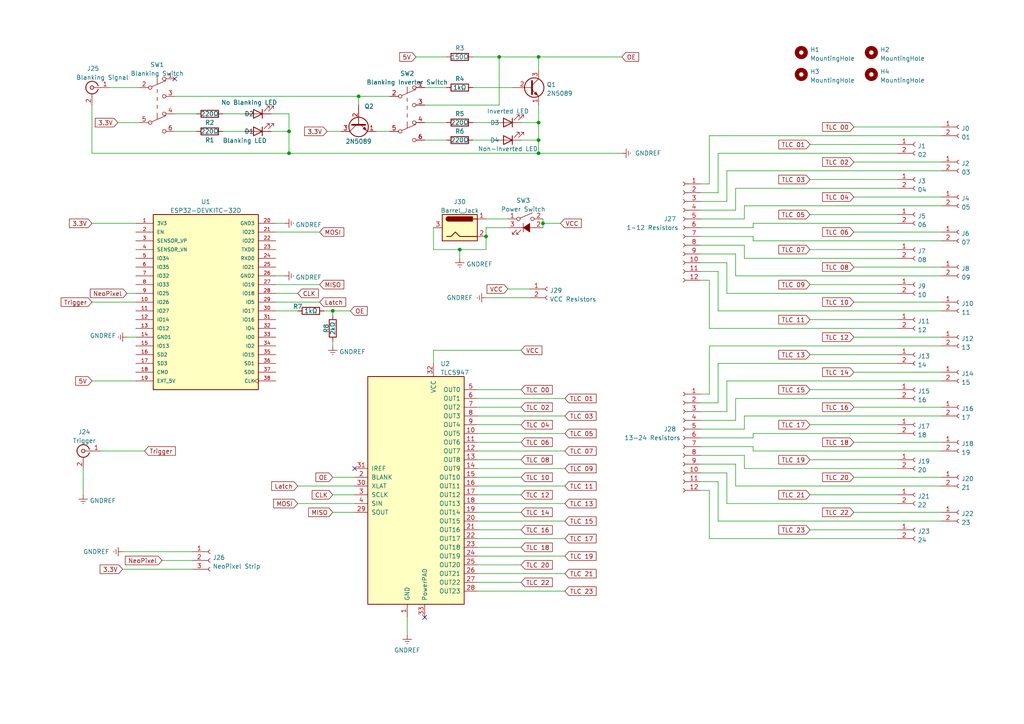
<source format=kicad_sch>
(kicad_sch (version 20211123) (generator eeschema)
  (paper "A4")
  (lib_symbols
    (symbol "Connector:Barrel_Jack" (pin_names (offset 1.016))
      (property "Reference" "J1" (at 0.8347 -4.572 90))
      (property "Value" "Barrel_Jack" (at -1.7022 -4.572 90))
      (symbol "Barrel_Jack_1_1"
        (pin passive line (at 7.62 2.54 180) (length 2.54) (name "~") (number "1"))
        (pin passive line (at 7.62 -2.54 180) (length 2.54) (name "~") (number "2"))
        (pin passive line (at -7.62 0 0) (length 2.54) (name "") (number "3"))
      )
    )
    (symbol "Connector:Conn_01x02_Female" (pin_names (offset 1.016) hide)
      (property "Reference" "J" (at 0 2.54 0))
      (property "Value" "Conn_01x02_Female" (at 0 -5.08 0))
      (symbol "Conn_01x02_Female_1_1"
        (pin passive line (at -5.08 0 0) (length 3.81) (name "Pin_1") (number "1"))
        (pin passive line (at -5.08 -2.54 0) (length 3.81) (name "Pin_2") (number "2"))
      )
    )
    (symbol "Connector:Conn_01x03_Female" (pin_names (offset 1.016) hide)
      (property "Reference" "J" (at 0 5.08 0))
      (property "Value" "Conn_01x03_Female" (at 0 -5.08 0))
      (symbol "Conn_01x03_Female_1_1"
        (pin passive line (at -5.08 2.54 0) (length 3.81) (name "Pin_1") (number "1"))
        (pin passive line (at -5.08 0 0) (length 3.81) (name "Pin_2") (number "2"))
        (pin passive line (at -5.08 -2.54 0) (length 3.81) (name "Pin_3") (number "3"))
      )
    )
    (symbol "Connector:Conn_01x12_Female" (pin_names (offset 1.016) hide)
      (property "Reference" "J" (at 0 15.24 0))
      (property "Value" "Conn_01x12_Female" (at 0 -17.78 0))
      (symbol "Conn_01x12_Female_1_1"
        (pin passive line (at -5.08 12.7 0) (length 3.81) (name "Pin_1") (number "1"))
        (pin passive line (at -5.08 -10.16 0) (length 3.81) (name "Pin_10") (number "10"))
        (pin passive line (at -5.08 -12.7 0) (length 3.81) (name "Pin_11") (number "11"))
        (pin passive line (at -5.08 -15.24 0) (length 3.81) (name "Pin_12") (number "12"))
        (pin passive line (at -5.08 10.16 0) (length 3.81) (name "Pin_2") (number "2"))
        (pin passive line (at -5.08 7.62 0) (length 3.81) (name "Pin_3") (number "3"))
        (pin passive line (at -5.08 5.08 0) (length 3.81) (name "Pin_4") (number "4"))
        (pin passive line (at -5.08 2.54 0) (length 3.81) (name "Pin_5") (number "5"))
        (pin passive line (at -5.08 0 0) (length 3.81) (name "Pin_6") (number "6"))
        (pin passive line (at -5.08 -2.54 0) (length 3.81) (name "Pin_7") (number "7"))
        (pin passive line (at -5.08 -5.08 0) (length 3.81) (name "Pin_8") (number "8"))
        (pin passive line (at -5.08 -7.62 0) (length 3.81) (name "Pin_9") (number "9"))
      )
    )
    (symbol "Connector:Conn_Coaxial" (pin_names (offset 1.016) hide)
      (property "Reference" "J" (at 0.254 3.048 0))
      (property "Value" "Conn_Coaxial" (at 2.921 0 90))
      (symbol "Conn_Coaxial_1_1"
        (pin passive line (at -5.08 0 0) (length 2.54) (name "In") (number "1"))
        (pin passive line (at 0 -5.08 90) (length 2.54) (name "Ext") (number "2"))
      )
    )
    (symbol "Device:LED" (pin_numbers hide) (pin_names (offset 1.016) hide)
      (property "Reference" "D" (at 0 2.54 0))
      (property "Value" "LED" (at 0 -2.54 0))
      (symbol "LED_1_1"
        (pin passive line (at -3.81 0 0) (length 2.54) (name "K") (number "1"))
        (pin passive line (at 3.81 0 180) (length 2.54) (name "A") (number "2"))
      )
    )
    (symbol "Device:R" (pin_numbers hide) (pin_names (offset 0))
      (property "Reference" "R" (at 2.032 0 90))
      (property "Value" "R" (at 0 0 90))
      (symbol "R_1_1"
        (pin passive line (at 0 3.81 270) (length 1.27) (name "~") (number "1"))
        (pin passive line (at 0 -3.81 90) (length 1.27) (name "~") (number "2"))
      )
    )
    (symbol "Driver_LED:TLC5947DAP" (pin_names (offset 1.016))
      (property "Reference" "U" (at -13.97 38.1 0))
      (property "Value" "TLC5947DAP" (at -13.97 35.56 0))
      (symbol "TLC5947DAP_0_1"
        (pin power_in line (at -2.54 -35.56 90) (length 3.81) (name "GND") (number "1"))
        (pin output line (at 17.78 17.78 180) (length 3.81) (name "OUT5") (number "10"))
        (pin output line (at 17.78 15.24 180) (length 3.81) (name "OUT6") (number "11"))
        (pin output line (at 17.78 12.7 180) (length 3.81) (name "OUT7") (number "12"))
        (pin output line (at 17.78 10.16 180) (length 3.81) (name "OUT8") (number "13"))
        (pin output line (at 17.78 7.62 180) (length 3.81) (name "OUT9") (number "14"))
        (pin output line (at 17.78 5.08 180) (length 3.81) (name "OUT10") (number "15"))
        (pin output line (at 17.78 2.54 180) (length 3.81) (name "OUT11") (number "16"))
        (pin output line (at 17.78 0 180) (length 3.81) (name "OUT12") (number "17"))
        (pin output line (at 17.78 -2.54 180) (length 3.81) (name "OUT13") (number "18"))
        (pin output line (at 17.78 -5.08 180) (length 3.81) (name "OUT14") (number "19"))
        (pin input line (at -17.78 5.08 0) (length 3.81) (name "BLANK") (number "2"))
        (pin output line (at 17.78 -7.62 180) (length 3.81) (name "OUT15") (number "20"))
        (pin output line (at 17.78 -10.16 180) (length 3.81) (name "OUT16") (number "21"))
        (pin output line (at 17.78 -12.7 180) (length 3.81) (name "OUT17") (number "22"))
        (pin output line (at 17.78 -15.24 180) (length 3.81) (name "OUT18") (number "23"))
        (pin output line (at 17.78 -17.78 180) (length 3.81) (name "OUT19") (number "24"))
        (pin output line (at 17.78 -20.32 180) (length 3.81) (name "OUT20") (number "25"))
        (pin output line (at 17.78 -22.86 180) (length 3.81) (name "OUT21") (number "26"))
        (pin output line (at 17.78 -25.4 180) (length 3.81) (name "OUT22") (number "27"))
        (pin output line (at 17.78 -27.94 180) (length 3.81) (name "OUT23") (number "28"))
        (pin output line (at -17.78 -5.08 0) (length 3.81) (name "SOUT") (number "29"))
        (pin input line (at -17.78 0 0) (length 3.81) (name "SCLK") (number "3"))
        (pin input line (at -17.78 2.54 0) (length 3.81) (name "XLAT") (number "30"))
        (pin input line (at -17.78 7.62 0) (length 3.81) (name "IREF") (number "31"))
        (pin power_in line (at 5.08 38.1 270) (length 3.81) (name "VCC") (number "32"))
        (pin power_in line (at 2.54 -35.56 90) (length 3.81) (name "PowerPAD") (number "33"))
        (pin input line (at -17.78 -2.54 0) (length 3.81) (name "SIN") (number "4"))
        (pin output line (at 17.78 30.48 180) (length 3.81) (name "OUT0") (number "5"))
        (pin output line (at 17.78 27.94 180) (length 3.81) (name "OUT1") (number "6"))
        (pin output line (at 17.78 25.4 180) (length 3.81) (name "OUT2") (number "7"))
        (pin output line (at 17.78 22.86 180) (length 3.81) (name "OUT3") (number "8"))
        (pin output line (at 17.78 20.32 180) (length 3.81) (name "OUT4") (number "9"))
      )
    )
    (symbol "ESP32-DEVKITC-32D:ESP32-DEVKITC-32D" (pin_names (offset 1.016))
      (property "Reference" "U" (at -15.2654 26.0604 0))
      (property "Value" "ESP32-DEVKITC-32D" (at -15.2654 -27.9654 0))
      (symbol "ESP32-DEVKITC-32D_0_0"
        (pin power_in line (at -20.32 22.86 0) (length 5.08) (name "3V3") (number "1"))
        (pin bidirectional line (at -20.32 0 0) (length 5.08) (name "IO26") (number "10"))
        (pin bidirectional line (at -20.32 -2.54 0) (length 5.08) (name "IO27") (number "11"))
        (pin bidirectional line (at -20.32 -5.08 0) (length 5.08) (name "IO14") (number "12"))
        (pin bidirectional line (at -20.32 -7.62 0) (length 5.08) (name "IO12") (number "13"))
        (pin power_in line (at -20.32 -10.16 0) (length 5.08) (name "GND1") (number "14"))
        (pin bidirectional line (at -20.32 -12.7 0) (length 5.08) (name "IO13") (number "15"))
        (pin bidirectional line (at -20.32 -15.24 0) (length 5.08) (name "SD2") (number "16"))
        (pin bidirectional line (at -20.32 -17.78 0) (length 5.08) (name "SD3") (number "17"))
        (pin bidirectional line (at -20.32 -20.32 0) (length 5.08) (name "CMD") (number "18"))
        (pin power_in line (at -20.32 -22.86 0) (length 5.08) (name "EXT_5V") (number "19"))
        (pin input line (at -20.32 20.32 0) (length 5.08) (name "EN") (number "2"))
        (pin power_in line (at 20.32 22.86 180) (length 5.08) (name "GND3") (number "20"))
        (pin bidirectional line (at 20.32 20.32 180) (length 5.08) (name "IO23") (number "21"))
        (pin bidirectional line (at 20.32 17.78 180) (length 5.08) (name "IO22") (number "22"))
        (pin output line (at 20.32 15.24 180) (length 5.08) (name "TXD0") (number "23"))
        (pin input line (at 20.32 12.7 180) (length 5.08) (name "RXD0") (number "24"))
        (pin bidirectional line (at 20.32 10.16 180) (length 5.08) (name "IO21") (number "25"))
        (pin power_in line (at 20.32 7.62 180) (length 5.08) (name "GND2") (number "26"))
        (pin bidirectional line (at 20.32 5.08 180) (length 5.08) (name "IO19") (number "27"))
        (pin bidirectional line (at 20.32 2.54 180) (length 5.08) (name "IO18") (number "28"))
        (pin bidirectional line (at 20.32 0 180) (length 5.08) (name "IO5") (number "29"))
        (pin input line (at -20.32 17.78 0) (length 5.08) (name "SENSOR_VP") (number "3"))
        (pin bidirectional line (at 20.32 -2.54 180) (length 5.08) (name "IO17") (number "30"))
        (pin bidirectional line (at 20.32 -5.08 180) (length 5.08) (name "IO16") (number "31"))
        (pin bidirectional line (at 20.32 -7.62 180) (length 5.08) (name "IO4") (number "32"))
        (pin bidirectional line (at 20.32 -10.16 180) (length 5.08) (name "IO0") (number "33"))
        (pin bidirectional line (at 20.32 -12.7 180) (length 5.08) (name "IO2") (number "34"))
        (pin bidirectional line (at 20.32 -15.24 180) (length 5.08) (name "IO15") (number "35"))
        (pin bidirectional line (at 20.32 -17.78 180) (length 5.08) (name "SD1") (number "36"))
        (pin bidirectional line (at 20.32 -20.32 180) (length 5.08) (name "SD0") (number "37"))
        (pin input clock (at 20.32 -22.86 180) (length 5.08) (name "CLK") (number "38"))
        (pin input line (at -20.32 15.24 0) (length 5.08) (name "SENSOR_VN") (number "4"))
        (pin bidirectional line (at -20.32 12.7 0) (length 5.08) (name "IO34") (number "5"))
        (pin bidirectional line (at -20.32 10.16 0) (length 5.08) (name "IO35") (number "6"))
        (pin bidirectional line (at -20.32 7.62 0) (length 5.08) (name "IO32") (number "7"))
        (pin bidirectional line (at -20.32 5.08 0) (length 5.08) (name "IO33") (number "8"))
        (pin bidirectional line (at -20.32 2.54 0) (length 5.08) (name "IO25") (number "9"))
      )
    )
    (symbol "Mechanical:MountingHole" (pin_names (offset 1.016))
      (property "Reference" "H" (at 0 5.08 0))
      (property "Value" "MountingHole" (at 0 3.175 0))
    )
    (symbol "Switch:SW_Push_DPDT" (pin_names (offset 0) hide)
      (property "Reference" "SW" (at 0 8.89 0))
      (property "Value" "SW_Push_DPDT" (at 0 -10.16 0))
      (symbol "SW_Push_DPDT_1_1"
        (pin passive line (at 5.08 7.62 180) (length 2.54) (name "A") (number "1"))
        (pin passive line (at -5.08 5.08 0) (length 2.54) (name "B") (number "2"))
        (pin passive line (at 5.08 2.54 180) (length 2.54) (name "C") (number "3"))
        (pin passive line (at 5.08 -2.54 180) (length 2.54) (name "A") (number "4"))
        (pin passive line (at -5.08 -5.08 0) (length 2.54) (name "B") (number "5"))
        (pin passive line (at 5.08 -7.62 180) (length 2.54) (name "C") (number "6"))
      )
    )
    (symbol "Switch:SW_SPST_LED" (pin_names (offset 1.016) hide)
      (property "Reference" "SW1" (at -0.635 7.8908 0))
      (property "Value" "SW_SPST_LED" (at -0.635 5.3539 0))
      (symbol "SW_SPST_LED_0_1"
        (pin passive line (at -5.08 2.54 0) (length 2.54) (name "1") (number "1"))
        (pin passive line (at 5.08 2.54 180) (length 2.54) (name "2") (number "2"))
        (pin passive line (at 5.08 0 180) (length 2.54) (name "A") (number "2"))
        (pin passive line (at -5.08 0 0) (length 2.54) (name "K") (number "3"))
      )
    )
    (symbol "Transistor_BJT:2N2219" (pin_names (offset 0) hide)
      (property "Reference" "Q" (at 5.08 1.905 0))
      (property "Value" "2N2219" (at 5.08 0 0))
      (symbol "2N2219_1_1"
        (pin passive line (at 2.54 -5.08 90) (length 2.54) (name "E") (number "1"))
        (pin passive line (at -5.08 0 0) (length 5.715) (name "B") (number "2"))
        (pin passive line (at 2.54 5.08 270) (length 2.54) (name "C") (number "3"))
      )
    )
    (symbol "power:GNDREF" (power) (pin_names (offset 0))
      (property "Value" "GNDREF" (at 0 -3.81 0))
      (symbol "GNDREF_1_1"
        (pin power_in line (at 0 0 270) (length 0) hide (name "GNDREF") (number "1"))
      )
    )
  )
  (junction (at 104.013 27.94))
  (junction (at 157.48 64.77))
  (junction (at 144.78 16.51))
  (junction (at 83.82 44.45))
  (junction (at 156.21 35.56))
  (junction (at 83.82 38.1))
  (junction (at 156.21 44.45))
  (junction (at 140.97 68.58))
  (junction (at 156.21 40.64))
  (junction (at 96.52 90.17))
  (junction (at 156.21 16.51))
  (junction (at 133.35 72.39))
  (no_connect (at 102.87 135.89))
  (no_connect (at 123.19 179.07))
  (no_connect (at 50.673 22.86))
  (wire (pts (xy 157.48 64.77) (xy 157.48 66.04)))
  (wire (pts (xy 86.36 140.97) (xy 102.87 140.97)))
  (wire (pts (xy 260.35 52.07) (xy 234.95 52.07)))
  (wire (pts (xy 138.43 156.21) (xy 163.83 156.21)))
  (wire (pts (xy 213.36 73.66) (xy 213.36 80.01)))
  (wire (pts (xy 208.28 78.74) (xy 208.28 90.17)))
  (wire (pts (xy 138.43 153.67) (xy 151.13 153.67)))
  (wire (pts (xy 208.28 151.13) (xy 273.05 151.13)))
  (wire (pts (xy 260.35 62.23) (xy 234.95 62.23)))
  (wire (pts (xy 208.28 55.88) (xy 208.28 44.45)))
  (wire (pts (xy 203.2 66.04) (xy 218.44 66.04)))
  (wire (pts (xy 57.023 38.1) (xy 50.673 38.1)))
  (wire (pts (xy 140.97 66.04) (xy 140.97 68.58)))
  (wire (pts (xy 215.9 120.65) (xy 273.05 120.65)))
  (wire (pts (xy 260.35 123.19) (xy 234.95 123.19)))
  (wire (pts (xy 94.869 38.1) (xy 98.933 38.1)))
  (wire (pts (xy 260.35 82.55) (xy 234.95 82.55)))
  (wire (pts (xy 26.67 64.77) (xy 39.37 64.77)))
  (wire (pts (xy 96.52 90.17) (xy 101.6 90.17)))
  (wire (pts (xy 260.35 92.71) (xy 234.95 92.71)))
  (wire (pts (xy 96.52 90.17) (xy 96.52 91.44)))
  (wire (pts (xy 247.65 36.83) (xy 273.05 36.83)))
  (wire (pts (xy 205.74 95.25) (xy 260.35 95.25)))
  (wire (pts (xy 80.01 85.09) (xy 86.36 85.09)))
  (wire (pts (xy 83.82 38.1) (xy 78.613 38.1)))
  (wire (pts (xy 138.43 113.03) (xy 151.13 113.03)))
  (wire (pts (xy 129.54 35.56) (xy 123.19 35.56)))
  (wire (pts (xy 120.65 16.51) (xy 129.54 16.51)))
  (wire (pts (xy 247.65 148.59) (xy 273.05 148.59)))
  (wire (pts (xy 213.36 140.97) (xy 273.05 140.97)))
  (wire (pts (xy 203.2 139.7) (xy 208.28 139.7)))
  (wire (pts (xy 203.2 68.58) (xy 218.44 68.58)))
  (wire (pts (xy 26.67 87.63) (xy 39.37 87.63)))
  (wire (pts (xy 208.28 90.17) (xy 273.05 90.17)))
  (wire (pts (xy 203.2 78.74) (xy 208.28 78.74)))
  (wire (pts (xy 203.2 116.84) (xy 208.28 116.84)))
  (wire (pts (xy 138.43 115.57) (xy 163.83 115.57)))
  (wire (pts (xy 218.44 64.77) (xy 260.35 64.77)))
  (wire (pts (xy 80.01 80.01) (xy 82.55 80.01)))
  (wire (pts (xy 113.03 38.1) (xy 109.093 38.1)))
  (wire (pts (xy 123.19 25.4) (xy 129.54 25.4)))
  (wire (pts (xy 213.36 115.57) (xy 213.36 121.92)))
  (wire (pts (xy 96.52 138.43) (xy 102.87 138.43)))
  (wire (pts (xy 156.21 16.51) (xy 144.78 16.51)))
  (wire (pts (xy 138.43 151.13) (xy 163.83 151.13)))
  (wire (pts (xy 203.2 124.46) (xy 215.9 124.46)))
  (wire (pts (xy 215.9 59.69) (xy 273.05 59.69)))
  (wire (pts (xy 137.16 16.51) (xy 144.78 16.51)))
  (wire (pts (xy 203.2 121.92) (xy 213.36 121.92)))
  (wire (pts (xy 83.82 44.45) (xy 156.21 44.45)))
  (wire (pts (xy 203.2 142.24) (xy 205.74 142.24)))
  (wire (pts (xy 156.21 40.64) (xy 156.21 44.45)))
  (wire (pts (xy 213.36 134.62) (xy 213.36 140.97)))
  (wire (pts (xy 218.44 130.81) (xy 273.05 130.81)))
  (wire (pts (xy 70.993 33.02) (xy 64.643 33.02)))
  (wire (pts (xy 36.83 85.09) (xy 39.37 85.09)))
  (wire (pts (xy 143.51 35.56) (xy 137.16 35.56)))
  (wire (pts (xy 34.163 35.56) (xy 40.513 35.56)))
  (wire (pts (xy 208.28 139.7) (xy 208.28 151.13)))
  (wire (pts (xy 210.82 110.49) (xy 273.05 110.49)))
  (wire (pts (xy 125.73 101.6) (xy 151.13 101.6)))
  (wire (pts (xy 138.43 130.81) (xy 163.83 130.81)))
  (wire (pts (xy 205.74 114.3) (xy 203.2 114.3)))
  (wire (pts (xy 35.56 165.1) (xy 55.88 165.1)))
  (wire (pts (xy 138.43 125.73) (xy 163.83 125.73)))
  (wire (pts (xy 247.65 67.31) (xy 273.05 67.31)))
  (wire (pts (xy 83.82 33.02) (xy 83.82 38.1)))
  (wire (pts (xy 215.9 59.69) (xy 215.9 63.5)))
  (wire (pts (xy 260.35 41.91) (xy 234.95 41.91)))
  (wire (pts (xy 247.65 107.95) (xy 273.05 107.95)))
  (wire (pts (xy 50.673 27.94) (xy 104.013 27.94)))
  (wire (pts (xy 210.82 146.05) (xy 260.35 146.05)))
  (wire (pts (xy 215.9 132.08) (xy 215.9 135.89)))
  (wire (pts (xy 138.43 140.97) (xy 163.83 140.97)))
  (wire (pts (xy 80.01 90.17) (xy 86.36 90.17)))
  (wire (pts (xy 203.2 55.88) (xy 208.28 55.88)))
  (wire (pts (xy 210.82 85.09) (xy 260.35 85.09)))
  (wire (pts (xy 203.2 129.54) (xy 218.44 129.54)))
  (wire (pts (xy 203.2 81.28) (xy 205.74 81.28)))
  (wire (pts (xy 247.65 57.15) (xy 273.05 57.15)))
  (wire (pts (xy 210.82 119.38) (xy 210.82 110.49)))
  (wire (pts (xy 125.73 66.04) (xy 125.73 72.39)))
  (wire (pts (xy 104.013 27.94) (xy 113.03 27.94)))
  (wire (pts (xy 147.32 66.04) (xy 140.97 66.04)))
  (wire (pts (xy 203.2 119.38) (xy 210.82 119.38)))
  (wire (pts (xy 213.36 115.57) (xy 260.35 115.57)))
  (wire (pts (xy 138.43 146.05) (xy 163.83 146.05)))
  (wire (pts (xy 144.78 16.51) (xy 144.78 30.48)))
  (wire (pts (xy 247.65 138.43) (xy 273.05 138.43)))
  (wire (pts (xy 143.51 40.64) (xy 137.16 40.64)))
  (wire (pts (xy 205.74 53.34) (xy 203.2 53.34)))
  (wire (pts (xy 203.2 71.12) (xy 215.9 71.12)))
  (wire (pts (xy 104.013 30.48) (xy 104.013 27.94)))
  (wire (pts (xy 138.43 158.75) (xy 151.13 158.75)))
  (wire (pts (xy 151.13 35.56) (xy 156.21 35.56)))
  (wire (pts (xy 247.65 77.47) (xy 273.05 77.47)))
  (wire (pts (xy 133.35 72.39) (xy 133.35 74.93)))
  (wire (pts (xy 215.9 135.89) (xy 260.35 135.89)))
  (wire (pts (xy 138.43 171.45) (xy 163.83 171.45)))
  (wire (pts (xy 203.2 76.2) (xy 210.82 76.2)))
  (wire (pts (xy 205.74 39.37) (xy 273.05 39.37)))
  (wire (pts (xy 147.32 83.82) (xy 153.67 83.82)))
  (wire (pts (xy 140.97 68.58) (xy 140.97 72.39)))
  (wire (pts (xy 129.54 40.64) (xy 123.19 40.64)))
  (wire (pts (xy 80.01 64.77) (xy 82.55 64.77)))
  (wire (pts (xy 210.82 49.53) (xy 273.05 49.53)))
  (wire (pts (xy 213.36 54.61) (xy 213.36 60.96)))
  (wire (pts (xy 35.56 160.02) (xy 55.88 160.02)))
  (wire (pts (xy 138.43 143.51) (xy 151.13 143.51)))
  (wire (pts (xy 138.43 120.65) (xy 163.83 120.65)))
  (wire (pts (xy 260.35 133.35) (xy 234.95 133.35)))
  (wire (pts (xy 93.98 90.17) (xy 96.52 90.17)))
  (wire (pts (xy 57.023 33.02) (xy 50.673 33.02)))
  (wire (pts (xy 138.43 118.11) (xy 151.13 118.11)))
  (wire (pts (xy 138.43 123.19) (xy 151.13 123.19)))
  (wire (pts (xy 205.74 100.33) (xy 273.05 100.33)))
  (wire (pts (xy 203.2 127) (xy 218.44 127)))
  (wire (pts (xy 247.65 118.11) (xy 273.05 118.11)))
  (wire (pts (xy 260.35 113.03) (xy 234.95 113.03)))
  (wire (pts (xy 203.2 58.42) (xy 210.82 58.42)))
  (wire (pts (xy 260.35 153.67) (xy 234.95 153.67)))
  (wire (pts (xy 247.65 87.63) (xy 273.05 87.63)))
  (wire (pts (xy 213.36 80.01) (xy 273.05 80.01)))
  (wire (pts (xy 208.28 44.45) (xy 260.35 44.45)))
  (wire (pts (xy 125.73 105.41) (xy 125.73 101.6)))
  (wire (pts (xy 137.16 25.4) (xy 148.59 25.4)))
  (wire (pts (xy 213.36 54.61) (xy 260.35 54.61)))
  (wire (pts (xy 70.993 38.1) (xy 64.643 38.1)))
  (wire (pts (xy 156.21 16.51) (xy 180.34 16.51)))
  (wire (pts (xy 133.35 72.39) (xy 140.97 72.39)))
  (wire (pts (xy 118.11 179.07) (xy 118.11 184.15)))
  (wire (pts (xy 218.44 127) (xy 218.44 125.73)))
  (wire (pts (xy 218.44 66.04) (xy 218.44 64.77)))
  (wire (pts (xy 208.28 116.84) (xy 208.28 105.41)))
  (wire (pts (xy 80.01 87.63) (xy 92.71 87.63)))
  (wire (pts (xy 138.43 163.83) (xy 151.13 163.83)))
  (wire (pts (xy 156.21 30.48) (xy 156.21 35.56)))
  (wire (pts (xy 138.43 166.37) (xy 163.83 166.37)))
  (wire (pts (xy 210.82 137.16) (xy 210.82 146.05)))
  (wire (pts (xy 218.44 129.54) (xy 218.44 130.81)))
  (wire (pts (xy 205.74 100.33) (xy 205.74 114.3)))
  (wire (pts (xy 29.21 130.81) (xy 41.91 130.81)))
  (wire (pts (xy 26.67 30.48) (xy 26.67 44.45)))
  (wire (pts (xy 31.75 25.4) (xy 40.513 25.4)))
  (wire (pts (xy 157.48 63.5) (xy 157.48 64.77)))
  (wire (pts (xy 215.9 71.12) (xy 215.9 74.93)))
  (wire (pts (xy 140.97 63.5) (xy 147.32 63.5)))
  (wire (pts (xy 205.74 81.28) (xy 205.74 95.25)))
  (wire (pts (xy 215.9 120.65) (xy 215.9 124.46)))
  (wire (pts (xy 247.65 97.79) (xy 273.05 97.79)))
  (wire (pts (xy 203.2 60.96) (xy 213.36 60.96)))
  (wire (pts (xy 203.2 132.08) (xy 215.9 132.08)))
  (wire (pts (xy 138.43 128.27) (xy 151.13 128.27)))
  (wire (pts (xy 205.74 156.21) (xy 260.35 156.21)))
  (wire (pts (xy 140.97 86.36) (xy 153.67 86.36)))
  (wire (pts (xy 78.613 33.02) (xy 83.82 33.02)))
  (wire (pts (xy 96.52 148.59) (xy 102.87 148.59)))
  (wire (pts (xy 96.52 99.06) (xy 96.52 100.33)))
  (wire (pts (xy 24.13 135.89) (xy 24.13 143.51)))
  (wire (pts (xy 83.82 44.45) (xy 83.82 38.1)))
  (wire (pts (xy 39.37 97.79) (xy 36.83 97.79)))
  (wire (pts (xy 247.65 46.99) (xy 273.05 46.99)))
  (wire (pts (xy 247.65 128.27) (xy 273.05 128.27)))
  (wire (pts (xy 138.43 135.89) (xy 163.83 135.89)))
  (wire (pts (xy 156.21 35.56) (xy 156.21 40.64)))
  (wire (pts (xy 96.52 143.51) (xy 102.87 143.51)))
  (wire (pts (xy 46.99 162.56) (xy 55.88 162.56)))
  (wire (pts (xy 210.82 58.42) (xy 210.82 49.53)))
  (wire (pts (xy 260.35 143.51) (xy 234.95 143.51)))
  (wire (pts (xy 80.01 82.55) (xy 92.71 82.55)))
  (wire (pts (xy 205.74 39.37) (xy 205.74 53.34)))
  (wire (pts (xy 138.43 161.29) (xy 163.83 161.29)))
  (wire (pts (xy 157.48 64.77) (xy 162.56 64.77)))
  (wire (pts (xy 156.21 40.64) (xy 151.13 40.64)))
  (wire (pts (xy 86.36 146.05) (xy 102.87 146.05)))
  (wire (pts (xy 80.01 67.31) (xy 92.71 67.31)))
  (wire (pts (xy 203.2 134.62) (xy 213.36 134.62)))
  (wire (pts (xy 215.9 74.93) (xy 260.35 74.93)))
  (wire (pts (xy 144.78 30.48) (xy 123.19 30.48)))
  (wire (pts (xy 156.21 44.45) (xy 180.34 44.45)))
  (wire (pts (xy 260.35 102.87) (xy 234.95 102.87)))
  (wire (pts (xy 208.28 105.41) (xy 260.35 105.41)))
  (wire (pts (xy 125.73 72.39) (xy 133.35 72.39)))
  (wire (pts (xy 26.67 110.49) (xy 39.37 110.49)))
  (wire (pts (xy 138.43 148.59) (xy 151.13 148.59)))
  (wire (pts (xy 156.21 16.51) (xy 156.21 20.32)))
  (wire (pts (xy 205.74 142.24) (xy 205.74 156.21)))
  (wire (pts (xy 218.44 68.58) (xy 218.44 69.85)))
  (wire (pts (xy 138.43 168.91) (xy 151.13 168.91)))
  (wire (pts (xy 234.95 72.39) (xy 260.35 72.39)))
  (wire (pts (xy 203.2 73.66) (xy 213.36 73.66)))
  (wire (pts (xy 203.2 63.5) (xy 215.9 63.5)))
  (wire (pts (xy 218.44 125.73) (xy 260.35 125.73)))
  (wire (pts (xy 138.43 138.43) (xy 151.13 138.43)))
  (wire (pts (xy 138.43 133.35) (xy 151.13 133.35)))
  (wire (pts (xy 210.82 76.2) (xy 210.82 85.09)))
  (wire (pts (xy 26.67 44.45) (xy 83.82 44.45)))
  (wire (pts (xy 218.44 69.85) (xy 273.05 69.85)))
  (wire (pts (xy 203.2 137.16) (xy 210.82 137.16)))
  (global_label "MISO" (shape input) (at 92.71 82.55 0) (property "Intersheet References" "${INTERSHEET_REFS}" (effects hide)))
  (global_label "VCC" (shape input) (at 162.56 64.77 0) (property "Intersheet References" "${INTERSHEET_REFS}" (effects hide)))
  (global_label "TLC 20" (shape input) (at 247.65 138.43 180) (property "Intersheet References" "${INTERSHEET_REFS}" (effects hide)))
  (global_label "3.3V" (shape input) (at 26.67 64.77 180) (property "Intersheet References" "${INTERSHEET_REFS}" (effects hide)))
  (global_label "VCC" (shape input) (at 147.32 83.82 180) (property "Intersheet References" "${INTERSHEET_REFS}" (effects hide)))
  (global_label "Trigger" (shape input) (at 41.91 130.81 0) (property "Intersheet References" "${INTERSHEET_REFS}" (effects hide)))
  (global_label "NeoPixel" (shape input) (at 36.83 85.09 180) (property "Intersheet References" "${INTERSHEET_REFS}" (effects hide)))
  (global_label "TLC 22" (shape input) (at 151.13 168.91 0) (property "Intersheet References" "${INTERSHEET_REFS}" (effects hide)))
  (global_label "TLC 23" (shape input) (at 234.95 153.67 180) (property "Intersheet References" "${INTERSHEET_REFS}" (effects hide)))
  (global_label "VCC" (shape input) (at 151.13 101.6 0) (property "Intersheet References" "${INTERSHEET_REFS}" (effects hide)))
  (global_label "TLC 00" (shape input) (at 247.65 36.83 180) (property "Intersheet References" "${INTERSHEET_REFS}" (effects hide)))
  (global_label "OE" (shape input) (at 96.52 138.43 180) (property "Intersheet References" "${INTERSHEET_REFS}" (effects hide)))
  (global_label "OE" (shape input) (at 180.34 16.51 0) (property "Intersheet References" "${INTERSHEET_REFS}" (effects hide)))
  (global_label "3.3V" (shape input) (at 94.869 38.1 180) (property "Intersheet References" "${INTERSHEET_REFS}" (effects hide)))
  (global_label "TLC 14" (shape input) (at 151.13 148.59 0) (property "Intersheet References" "${INTERSHEET_REFS}" (effects hide)))
  (global_label "TLC 12" (shape input) (at 151.13 143.51 0) (property "Intersheet References" "${INTERSHEET_REFS}" (effects hide)))
  (global_label "TLC 13" (shape input) (at 163.83 146.05 0) (property "Intersheet References" "${INTERSHEET_REFS}" (effects hide)))
  (global_label "CLK" (shape input) (at 86.36 85.09 0) (property "Intersheet References" "${INTERSHEET_REFS}" (effects hide)))
  (global_label "TLC 22" (shape input) (at 247.65 148.59 180) (property "Intersheet References" "${INTERSHEET_REFS}" (effects hide)))
  (global_label "TLC 08" (shape input) (at 247.65 77.47 180) (property "Intersheet References" "${INTERSHEET_REFS}" (effects hide)))
  (global_label "TLC 06" (shape input) (at 247.65 67.31 180) (property "Intersheet References" "${INTERSHEET_REFS}" (effects hide)))
  (global_label "TLC 05" (shape input) (at 163.83 125.73 0) (property "Intersheet References" "${INTERSHEET_REFS}" (effects hide)))
  (global_label "TLC 18" (shape input) (at 247.65 128.27 180) (property "Intersheet References" "${INTERSHEET_REFS}" (effects hide)))
  (global_label "OE" (shape input) (at 101.6 90.17 0) (property "Intersheet References" "${INTERSHEET_REFS}" (effects hide)))
  (global_label "TLC 07" (shape input) (at 234.95 72.39 180) (property "Intersheet References" "${INTERSHEET_REFS}" (effects hide)))
  (global_label "TLC 11" (shape input) (at 163.83 140.97 0) (property "Intersheet References" "${INTERSHEET_REFS}" (effects hide)))
  (global_label "3.3V" (shape input) (at 35.56 165.1 180) (property "Intersheet References" "${INTERSHEET_REFS}" (effects hide)))
  (global_label "MOSI" (shape input) (at 86.36 146.05 180) (property "Intersheet References" "${INTERSHEET_REFS}" (effects hide)))
  (global_label "TLC 02" (shape input) (at 247.65 46.99 180) (property "Intersheet References" "${INTERSHEET_REFS}" (effects hide)))
  (global_label "TLC 10" (shape input) (at 247.65 87.63 180) (property "Intersheet References" "${INTERSHEET_REFS}" (effects hide)))
  (global_label "TLC 09" (shape input) (at 163.83 135.89 0) (property "Intersheet References" "${INTERSHEET_REFS}" (effects hide)))
  (global_label "TLC 13" (shape input) (at 234.95 102.87 180) (property "Intersheet References" "${INTERSHEET_REFS}" (effects hide)))
  (global_label "TLC 04" (shape input) (at 247.65 57.15 180) (property "Intersheet References" "${INTERSHEET_REFS}" (effects hide)))
  (global_label "TLC 17" (shape input) (at 234.95 123.19 180) (property "Intersheet References" "${INTERSHEET_REFS}" (effects hide)))
  (global_label "TLC 17" (shape input) (at 163.83 156.21 0) (property "Intersheet References" "${INTERSHEET_REFS}" (effects hide)))
  (global_label "TLC 08" (shape input) (at 151.13 133.35 0) (property "Intersheet References" "${INTERSHEET_REFS}" (effects hide)))
  (global_label "TLC 20" (shape input) (at 151.13 163.83 0) (property "Intersheet References" "${INTERSHEET_REFS}" (effects hide)))
  (global_label "TLC 06" (shape input) (at 151.13 128.27 0) (property "Intersheet References" "${INTERSHEET_REFS}" (effects hide)))
  (global_label "TLC 21" (shape input) (at 234.95 143.51 180) (property "Intersheet References" "${INTERSHEET_REFS}" (effects hide)))
  (global_label "TLC 03" (shape input) (at 163.83 120.65 0) (property "Intersheet References" "${INTERSHEET_REFS}" (effects hide)))
  (global_label "TLC 21" (shape input) (at 163.83 166.37 0) (property "Intersheet References" "${INTERSHEET_REFS}" (effects hide)))
  (global_label "5V" (shape input) (at 26.67 110.49 180) (property "Intersheet References" "${INTERSHEET_REFS}" (effects hide)))
  (global_label "TLC 16" (shape input) (at 247.65 118.11 180) (property "Intersheet References" "${INTERSHEET_REFS}" (effects hide)))
  (global_label "TLC 15" (shape input) (at 163.83 151.13 0) (property "Intersheet References" "${INTERSHEET_REFS}" (effects hide)))
  (global_label "Trigger" (shape input) (at 26.67 87.63 180) (property "Intersheet References" "${INTERSHEET_REFS}" (effects hide)))
  (global_label "TLC 23" (shape input) (at 163.83 171.45 0) (property "Intersheet References" "${INTERSHEET_REFS}" (effects hide)))
  (global_label "TLC 12" (shape input) (at 247.65 97.79 180) (property "Intersheet References" "${INTERSHEET_REFS}" (effects hide)))
  (global_label "TLC 00" (shape input) (at 151.13 113.03 0) (property "Intersheet References" "${INTERSHEET_REFS}" (effects hide)))
  (global_label "CLK" (shape input) (at 96.52 143.51 180) (property "Intersheet References" "${INTERSHEET_REFS}" (effects hide)))
  (global_label "5V" (shape input) (at 120.65 16.51 180) (property "Intersheet References" "${INTERSHEET_REFS}" (effects hide)))
  (global_label "TLC 04" (shape input) (at 151.13 123.19 0) (property "Intersheet References" "${INTERSHEET_REFS}" (effects hide)))
  (global_label "TLC 11" (shape input) (at 234.95 92.71 180) (property "Intersheet References" "${INTERSHEET_REFS}" (effects hide)))
  (global_label "TLC 07" (shape input) (at 163.83 130.81 0) (property "Intersheet References" "${INTERSHEET_REFS}" (effects hide)))
  (global_label "TLC 16" (shape input) (at 151.13 153.67 0) (property "Intersheet References" "${INTERSHEET_REFS}" (effects hide)))
  (global_label "TLC 10" (shape input) (at 151.13 138.43 0) (property "Intersheet References" "${INTERSHEET_REFS}" (effects hide)))
  (global_label "Latch" (shape input) (at 92.71 87.63 0) (property "Intersheet References" "${INTERSHEET_REFS}" (effects hide)))
  (global_label "TLC 19" (shape input) (at 234.95 133.35 180) (property "Intersheet References" "${INTERSHEET_REFS}" (effects hide)))
  (global_label "MOSI" (shape input) (at 92.71 67.31 0) (property "Intersheet References" "${INTERSHEET_REFS}" (effects hide)))
  (global_label "TLC 03" (shape input) (at 234.95 52.07 180) (property "Intersheet References" "${INTERSHEET_REFS}" (effects hide)))
  (global_label "TLC 01" (shape input) (at 163.83 115.57 0) (property "Intersheet References" "${INTERSHEET_REFS}" (effects hide)))
  (global_label "TLC 14" (shape input) (at 247.65 107.95 180) (property "Intersheet References" "${INTERSHEET_REFS}" (effects hide)))
  (global_label "TLC 19" (shape input) (at 163.83 161.29 0) (property "Intersheet References" "${INTERSHEET_REFS}" (effects hide)))
  (global_label "TLC 15" (shape input) (at 234.95 113.03 180) (property "Intersheet References" "${INTERSHEET_REFS}" (effects hide)))
  (global_label "TLC 01" (shape input) (at 234.95 41.91 180) (property "Intersheet References" "${INTERSHEET_REFS}" (effects hide)))
  (global_label "MISO" (shape input) (at 96.52 148.59 180) (property "Intersheet References" "${INTERSHEET_REFS}" (effects hide)))
  (global_label "3.3V" (shape input) (at 34.163 35.56 180) (property "Intersheet References" "${INTERSHEET_REFS}" (effects hide)))
  (global_label "TLC 05" (shape input) (at 234.95 62.23 180) (property "Intersheet References" "${INTERSHEET_REFS}" (effects hide)))
  (global_label "Latch" (shape input) (at 86.36 140.97 180) (property "Intersheet References" "${INTERSHEET_REFS}" (effects hide)))
  (global_label "TLC 09" (shape input) (at 234.95 82.55 180) (property "Intersheet References" "${INTERSHEET_REFS}" (effects hide)))
  (global_label "NeoPixel" (shape input) (at 46.99 162.56 180) (property "Intersheet References" "${INTERSHEET_REFS}" (effects hide)))
  (global_label "TLC 18" (shape input) (at 151.13 158.75 0) (property "Intersheet References" "${INTERSHEET_REFS}" (effects hide)))
  (global_label "TLC 02" (shape input) (at 151.13 118.11 0) (property "Intersheet References" "${INTERSHEET_REFS}" (effects hide)))
  (symbol (lib_id "Device:LED") (at 74.803 38.1 180) (unit 1)
    (property "Reference" "D1" (at 72.263 38.1 0))
    (property "Value" "Blanking LED" (at 70.993 40.767 0))
    (property "Footprint" "LED_THT:LED_D3.0mm" (effects hide))
  )
  (symbol (lib_id "Connector:Conn_01x02_Female") (at 265.43 133.35 0) (unit 1)
    (property "Reference" "J19" (at 266.1412 133.7853 0) (effects (justify left)))
    (property "Value" "20" (at 266.1412 136.3222 0) (effects (justify left)))
    (property "Footprint" "Connector_JST:JST_XH_S2B-XH-A-1_1x02_P2.50mm_Horizontal" (effects hide))
  )
  (symbol (lib_id "Connector:Conn_01x02_Female") (at 278.13 46.99 0) (unit 1)
    (property "Reference" "J2" (at 278.8412 47.4253 0) (effects (justify left)))
    (property "Value" "03" (at 278.8412 49.9622 0) (effects (justify left)))
    (property "Footprint" "Connector_JST:JST_XH_S2B-XH-A-1_1x02_P2.50mm_Horizontal" (effects hide))
  )
  (symbol (lib_id "power:GNDREF") (at 140.97 86.36 270) (unit 1)
    (property "Reference" "#PWR0109" (effects hide))
    (property "Value" "GNDREF" (at 129.54 86.36 90) (effects (justify left)))
  )
  (symbol (lib_id "Mechanical:MountingHole") (at 252.73 21.59 0) (unit 1)
    (property "Reference" "H4" (at 255.27 20.7553 0) (effects (justify left)))
    (property "Value" "MountingHole" (at 255.27 23.2922 0) (effects (justify left)))
    (property "Footprint" "MountingHole:MountingHole_3mm" (effects hide))
  )
  (symbol (lib_id "Device:R") (at 60.833 38.1 270) (unit 1)
    (property "Reference" "R1" (at 60.833 40.64 90))
    (property "Value" "220Ω" (at 60.833 38.1 90))
    (property "Footprint" "Resistor_THT:R_Axial_DIN0309_L9.0mm_D3.2mm_P15.24mm_Horizontal" (effects hide))
  )
  (symbol (lib_id "ESP32-DEVKITC-32D:ESP32-DEVKITC-32D") (at 59.69 87.63 0) (unit 1)
    (property "Reference" "U1" (at 59.69 58.5302 0))
    (property "Value" "ESP32-DEVKITC-32D" (at 59.69 61.0671 0))
    (property "Footprint" "Module:MODULE_ESP32-DEVKITC-32D" (effects hide))
    (property "PARTREV" "4" (effects hide))
    (property "MANUFACTURER" "Espressif Systems" (effects hide))
  )
  (symbol (lib_id "power:GNDREF") (at 82.55 64.77 90) (unit 1)
    (property "Reference" "#PWR0102" (effects hide))
    (property "Value" "GNDREF" (at 85.725 65.2038 90) (effects (justify right)))
  )
  (symbol (lib_id "Connector:Conn_01x02_Female") (at 265.43 153.67 0) (unit 1)
    (property "Reference" "J23" (at 266.1412 154.1053 0) (effects (justify left)))
    (property "Value" "24" (at 266.1412 156.6422 0) (effects (justify left)))
    (property "Footprint" "Connector_JST:JST_XH_S2B-XH-A-1_1x02_P2.50mm_Horizontal" (effects hide))
  )
  (symbol (lib_id "Driver_LED:TLC5947DAP") (at 120.65 143.51 0) (unit 1)
    (property "Reference" "U2" (at 127.7494 105.5202 0) (effects (justify left)))
    (property "Value" "TLC5947" (at 127.7494 108.0571 0) (effects (justify left)))
    (property "Footprint" "Maxime:Maxi_TLC5947" (effects hide))
    (property "Datasheet" "http://www.ti.com/lit/ds/symlink/tlc5947.pdf" (effects hide))
  )
  (symbol (lib_id "Mechanical:MountingHole") (at 232.41 15.24 0) (unit 1)
    (property "Reference" "H1" (at 234.95 14.4053 0) (effects (justify left)))
    (property "Value" "MountingHole" (at 234.95 16.9422 0) (effects (justify left)))
    (property "Footprint" "MountingHole:MountingHole_3mm" (effects hide))
  )
  (symbol (lib_id "power:GNDREF") (at 24.13 143.51 0) (unit 1)
    (property "Reference" "#PWR0105" (effects hide))
    (property "Value" "GNDREF" (at 26.035 145.2138 0) (effects (justify left)))
  )
  (symbol (lib_id "Device:LED") (at 74.803 33.02 180) (unit 1)
    (property "Reference" "D2" (at 72.263 33.02 0))
    (property "Value" "No Blanking LED" (at 72.263 29.718 0))
    (property "Footprint" "LED_THT:LED_D3.0mm" (effects hide))
  )
  (symbol (lib_id "Connector:Conn_01x02_Female") (at 265.43 52.07 0) (unit 1)
    (property "Reference" "J3" (at 266.1412 52.5053 0) (effects (justify left)))
    (property "Value" "04" (at 266.1412 55.0422 0) (effects (justify left)))
    (property "Footprint" "Connector_JST:JST_XH_S2B-XH-A-1_1x02_P2.50mm_Horizontal" (effects hide))
  )
  (symbol (lib_id "Connector:Conn_01x02_Female") (at 278.13 107.95 0) (unit 1)
    (property "Reference" "J14" (at 278.8412 108.3853 0) (effects (justify left)))
    (property "Value" "15" (at 278.8412 110.9222 0) (effects (justify left)))
    (property "Footprint" "Connector_JST:JST_XH_S2B-XH-A-1_1x02_P2.50mm_Horizontal" (effects hide))
  )
  (symbol (lib_id "Connector:Barrel_Jack") (at 133.35 66.04 0) (unit 1)
    (property "Reference" "J30" (at 133.35 58.5302 0))
    (property "Value" "Barrel_Jack" (at 133.35 61.0671 0))
    (property "Footprint" "Connector_BarrelJack:BarrelJack_Horizontal" (effects hide))
  )
  (symbol (lib_id "Mechanical:MountingHole") (at 232.41 21.59 0) (unit 1)
    (property "Reference" "H3" (at 234.95 20.7553 0) (effects (justify left)))
    (property "Value" "MountingHole" (at 234.95 23.2922 0) (effects (justify left)))
    (property "Footprint" "MountingHole:MountingHole_3mm" (effects hide))
  )
  (symbol (lib_id "power:GNDREF") (at 133.35 74.93 0) (unit 1)
    (property "Reference" "#PWR0108" (effects hide))
    (property "Value" "GNDREF" (at 135.255 76.6338 0) (effects (justify left)))
  )
  (symbol (lib_id "Connector:Conn_01x02_Female") (at 265.43 123.19 0) (unit 1)
    (property "Reference" "J17" (at 266.1412 123.6253 0) (effects (justify left)))
    (property "Value" "18" (at 266.1412 126.1622 0) (effects (justify left)))
    (property "Footprint" "Connector_JST:JST_XH_S2B-XH-A-1_1x02_P2.50mm_Horizontal" (effects hide))
  )
  (symbol (lib_id "Connector:Conn_01x02_Female") (at 265.43 143.51 0) (unit 1)
    (property "Reference" "J21" (at 266.1412 143.9453 0) (effects (justify left)))
    (property "Value" "22" (at 266.1412 146.4822 0) (effects (justify left)))
    (property "Footprint" "Connector_JST:JST_XH_S2B-XH-A-1_1x02_P2.50mm_Horizontal" (effects hide))
  )
  (symbol (lib_id "Connector:Conn_01x02_Female") (at 278.13 36.83 0) (unit 1)
    (property "Reference" "J0" (at 278.8412 37.2653 0) (effects (justify left)))
    (property "Value" "01" (at 278.8412 39.8022 0) (effects (justify left)))
    (property "Footprint" "Connector_JST:JST_XH_S2B-XH-A-1_1x02_P2.50mm_Horizontal" (effects hide))
  )
  (symbol (lib_id "Transistor_BJT:2N2219") (at 153.67 25.4 0) (unit 1)
    (property "Reference" "Q1" (at 158.5214 24.5653 0) (effects (justify left)))
    (property "Value" "2N5089" (at 158.5214 27.1022 0) (effects (justify left)))
    (property "Footprint" "Package_TO_SOT_THT:TO-92L_Inline_Wide" (effects hide))
    (property "Datasheet" "http://www.onsemi.com/pub_link/Collateral/2N2219-D.PDF" (effects hide))
  )
  (symbol (lib_id "Connector:Conn_01x02_Female") (at 278.13 77.47 0) (unit 1)
    (property "Reference" "J8" (at 278.8412 77.9053 0) (effects (justify left)))
    (property "Value" "09" (at 278.8412 80.4422 0) (effects (justify left)))
    (property "Footprint" "Connector_JST:JST_XH_S2B-XH-A-1_1x02_P2.50mm_Horizontal" (effects hide))
  )
  (symbol (lib_id "Device:R") (at 133.35 16.51 270) (mirror x) (unit 1)
    (property "Reference" "R3" (at 133.35 13.97 90))
    (property "Value" "150Ω" (at 133.35 16.51 90))
    (property "Footprint" "Resistor_THT:R_Axial_DIN0309_L9.0mm_D3.2mm_P15.24mm_Horizontal" (effects hide))
  )
  (symbol (lib_id "Connector:Conn_01x02_Female") (at 265.43 92.71 0) (unit 1)
    (property "Reference" "J11" (at 266.1412 93.1453 0) (effects (justify left)))
    (property "Value" "12" (at 266.1412 95.6822 0) (effects (justify left)))
    (property "Footprint" "Connector_JST:JST_XH_S2B-XH-A-1_1x02_P2.50mm_Horizontal" (effects hide))
  )
  (symbol (lib_id "Device:R") (at 133.35 25.4 270) (mirror x) (unit 1)
    (property "Reference" "R4" (at 133.35 22.86 90))
    (property "Value" "1kΩ" (at 133.35 25.4 90))
    (property "Footprint" "Resistor_THT:R_Axial_DIN0309_L9.0mm_D3.2mm_P15.24mm_Horizontal" (effects hide))
  )
  (symbol (lib_id "Mechanical:MountingHole") (at 252.73 15.24 0) (unit 1)
    (property "Reference" "H2" (at 255.27 14.4053 0) (effects (justify left)))
    (property "Value" "MountingHole" (at 255.27 16.9422 0) (effects (justify left)))
    (property "Footprint" "MountingHole:MountingHole_3mm" (effects hide))
  )
  (symbol (lib_id "Device:LED") (at 147.32 40.64 180) (unit 1)
    (property "Reference" "D4" (at 143.51 40.64 0))
    (property "Value" "Non-Inverted LED" (at 147.32 43.18 0))
    (property "Footprint" "LED_THT:LED_D3.0mm" (effects hide))
  )
  (symbol (lib_id "Switch:SW_Push_DPDT") (at 45.593 30.48 0) (unit 1)
    (property "Reference" "SW1" (at 45.593 18.7792 0))
    (property "Value" "Blanking Switch" (at 45.593 21.3161 0))
    (property "Footprint" "Maxime:maxi_DPDT_Angled" (effects hide))
  )
  (symbol (lib_id "Connector:Conn_01x02_Female") (at 278.13 67.31 0) (unit 1)
    (property "Reference" "J6" (at 278.8412 67.7453 0) (effects (justify left)))
    (property "Value" "07" (at 278.8412 70.2822 0) (effects (justify left)))
    (property "Footprint" "Connector_JST:JST_XH_S2B-XH-A-1_1x02_P2.50mm_Horizontal" (effects hide))
  )
  (symbol (lib_id "Device:R") (at 60.833 33.02 270) (unit 1)
    (property "Reference" "R2" (at 60.833 35.56 90))
    (property "Value" "220Ω" (at 60.833 33.02 90))
    (property "Footprint" "Resistor_THT:R_Axial_DIN0309_L9.0mm_D3.2mm_P15.24mm_Horizontal" (effects hide))
  )
  (symbol (lib_id "Connector:Conn_01x02_Female") (at 265.43 113.03 0) (unit 1)
    (property "Reference" "J15" (at 266.1412 113.4653 0) (effects (justify left)))
    (property "Value" "16" (at 266.1412 116.0022 0) (effects (justify left)))
    (property "Footprint" "Connector_JST:JST_XH_S2B-XH-A-1_1x02_P2.50mm_Horizontal" (effects hide))
  )
  (symbol (lib_id "Connector:Conn_01x02_Female") (at 265.43 41.91 0) (unit 1)
    (property "Reference" "J1" (at 266.1412 42.3453 0) (effects (justify left)))
    (property "Value" "02" (at 266.1412 44.8822 0) (effects (justify left)))
    (property "Footprint" "Connector_JST:JST_XH_S2B-XH-A-1_1x02_P2.50mm_Horizontal" (effects hide))
  )
  (symbol (lib_id "Connector:Conn_01x02_Female") (at 278.13 87.63 0) (unit 1)
    (property "Reference" "J10" (at 278.8412 88.0653 0) (effects (justify left)))
    (property "Value" "11" (at 278.8412 90.6022 0) (effects (justify left)))
    (property "Footprint" "Connector_JST:JST_XH_S2B-XH-A-1_1x02_P2.50mm_Horizontal" (effects hide))
  )
  (symbol (lib_id "Connector:Conn_01x02_Female") (at 278.13 57.15 0) (unit 1)
    (property "Reference" "J4" (at 278.8412 57.5853 0) (effects (justify left)))
    (property "Value" "05" (at 278.8412 60.1222 0) (effects (justify left)))
    (property "Footprint" "Connector_JST:JST_XH_S2B-XH-A-1_1x02_P2.50mm_Horizontal" (effects hide))
  )
  (symbol (lib_id "power:GNDREF") (at 180.34 44.45 90) (unit 1)
    (property "Reference" "#PWR0110" (effects hide))
    (property "Value" "GNDREF" (at 191.77 44.45 90) (effects (justify left)))
  )
  (symbol (lib_id "Connector:Conn_01x02_Female") (at 158.75 83.82 0) (unit 1)
    (property "Reference" "J29" (at 159.4612 84.2553 0) (effects (justify left)))
    (property "Value" "VCC Resistors" (at 159.4612 86.7922 0) (effects (justify left)))
    (property "Footprint" "Connector_JST:JST_XH_B2B-XH-A_1x02_P2.50mm_Vertical" (effects hide))
  )
  (symbol (lib_id "Connector:Conn_01x02_Female") (at 278.13 118.11 0) (unit 1)
    (property "Reference" "J16" (at 278.8412 118.5453 0) (effects (justify left)))
    (property "Value" "17" (at 278.8412 121.0822 0) (effects (justify left)))
    (property "Footprint" "Connector_JST:JST_XH_S2B-XH-A-1_1x02_P2.50mm_Horizontal" (effects hide))
  )
  (symbol (lib_id "Device:R") (at 133.35 35.56 270) (mirror x) (unit 1)
    (property "Reference" "R5" (at 133.35 33.02 90))
    (property "Value" "220Ω" (at 133.35 35.56 90))
    (property "Footprint" "Resistor_THT:R_Axial_DIN0309_L9.0mm_D3.2mm_P15.24mm_Horizontal" (effects hide))
  )
  (symbol (lib_id "Device:LED") (at 147.32 35.56 180) (unit 1)
    (property "Reference" "D3" (at 143.51 35.56 0))
    (property "Value" "Inverted LED" (at 147.32 32.258 0))
    (property "Footprint" "LED_THT:LED_D3.0mm" (effects hide))
  )
  (symbol (lib_id "Device:R") (at 96.52 95.25 180) (unit 1)
    (property "Reference" "R8" (at 94.615 95.25 90))
    (property "Value" "2kΩ" (at 96.52 95.25 90))
    (property "Footprint" "Resistor_THT:R_Axial_DIN0309_L9.0mm_D3.2mm_P15.24mm_Horizontal" (effects hide))
  )
  (symbol (lib_id "power:GNDREF") (at 118.11 184.15 0) (unit 1)
    (property "Reference" "#PWR0107" (effects hide))
    (property "Value" "GNDREF" (at 118.11 188.5934 0))
  )
  (symbol (lib_id "Device:R") (at 90.17 90.17 90) (unit 1)
    (property "Reference" "R7" (at 86.36 88.9 90))
    (property "Value" "1kΩ" (at 90.17 90.17 90))
    (property "Footprint" "Resistor_THT:R_Axial_DIN0309_L9.0mm_D3.2mm_P15.24mm_Horizontal" (effects hide))
  )
  (symbol (lib_id "power:GNDREF") (at 36.83 97.79 270) (unit 1)
    (property "Reference" "#PWR0104" (effects hide))
    (property "Value" "GNDREF" (at 33.655 97.3562 90) (effects (justify right)))
  )
  (symbol (lib_id "Connector:Conn_01x03_Female") (at 60.96 162.56 0) (unit 1)
    (property "Reference" "J26" (at 61.6712 161.7253 0) (effects (justify left)))
    (property "Value" "NeoPixel Strip" (at 61.6712 164.2622 0) (effects (justify left)))
    (property "Footprint" "Connector_JST:JST_XH_B3B-XH-A_1x03_P2.50mm_Vertical" (effects hide))
  )
  (symbol (lib_id "Transistor_BJT:2N2219") (at 104.013 35.56 90) (mirror x) (unit 1)
    (property "Reference" "Q2" (at 107.061 30.861 90))
    (property "Value" "2N5089" (at 104.013 41.021 90))
    (property "Footprint" "Package_TO_SOT_THT:TO-92L_Inline_Wide" (effects hide))
    (property "Datasheet" "http://www.onsemi.com/pub_link/Collateral/2N2219-D.PDF" (effects hide))
  )
  (symbol (lib_id "Connector:Conn_01x12_Female") (at 198.12 127 0) (mirror y) (unit 1)
    (property "Reference" "J28" (at 194.31 124.46 0))
    (property "Value" "13-24 Resistors" (at 189.23 127 0))
    (property "Footprint" "Connector_JST:JST_XH_B12B-XH-A_1x12_P2.50mm_Vertical" (effects hide))
  )
  (symbol (lib_id "Connector:Conn_01x12_Female") (at 198.12 66.04 0) (mirror y) (unit 1)
    (property "Reference" "J27" (at 194.31 63.5 0))
    (property "Value" "1-12 Resistors" (at 189.23 66.04 0))
    (property "Footprint" "Connector_JST:JST_XH_B12B-XH-A_1x12_P2.50mm_Vertical" (effects hide))
  )
  (symbol (lib_id "Connector:Conn_01x02_Female") (at 278.13 148.59 0) (unit 1)
    (property "Reference" "J22" (at 278.8412 149.0253 0) (effects (justify left)))
    (property "Value" "23" (at 278.8412 151.5622 0) (effects (justify left)))
    (property "Footprint" "Connector_JST:JST_XH_S2B-XH-A-1_1x02_P2.50mm_Horizontal" (effects hide))
  )
  (symbol (lib_id "Connector:Conn_01x02_Female") (at 265.43 82.55 0) (unit 1)
    (property "Reference" "J9" (at 266.1412 82.9853 0) (effects (justify left)))
    (property "Value" "10" (at 266.1412 85.5222 0) (effects (justify left)))
    (property "Footprint" "Connector_JST:JST_XH_S2B-XH-A-1_1x02_P2.50mm_Horizontal" (effects hide))
  )
  (symbol (lib_id "power:GNDREF") (at 96.52 100.33 0) (unit 1)
    (property "Reference" "#PWR0103" (effects hide))
    (property "Value" "GNDREF" (at 98.425 102.0338 0) (effects (justify left)))
  )
  (symbol (lib_id "Switch:SW_Push_DPDT") (at 118.11 33.02 0) (unit 1)
    (property "Reference" "SW2" (at 118.11 21.3192 0))
    (property "Value" "Blanking Inverter Switch" (at 118.11 23.8561 0))
    (property "Footprint" "Maxime:maxi_DPDT_Angled" (effects hide))
  )
  (symbol (lib_id "Connector:Conn_01x02_Female") (at 278.13 138.43 0) (unit 1)
    (property "Reference" "J20" (at 278.8412 138.8653 0) (effects (justify left)))
    (property "Value" "21" (at 278.8412 141.4022 0) (effects (justify left)))
    (property "Footprint" "Connector_JST:JST_XH_S2B-XH-A-1_1x02_P2.50mm_Horizontal" (effects hide))
  )
  (symbol (lib_id "Connector:Conn_01x02_Female") (at 265.43 72.39 0) (unit 1)
    (property "Reference" "J7" (at 266.1412 72.8253 0) (effects (justify left)))
    (property "Value" "08" (at 266.1412 75.3622 0) (effects (justify left)))
    (property "Footprint" "Connector_JST:JST_XH_S2B-XH-A-1_1x02_P2.50mm_Horizontal" (effects hide))
  )
  (symbol (lib_id "Connector:Conn_Coaxial") (at 24.13 130.81 0) (mirror y) (unit 1)
    (property "Reference" "J24" (at 24.4474 125.2836 0))
    (property "Value" "Trigger" (at 24.4474 127.8205 0))
    (property "Footprint" "Maxime:BNC_Socket_TYCO-AMP_LargePads" (effects hide))
    (property "Datasheet" " ~" (effects hide))
  )
  (symbol (lib_id "Connector:Conn_01x02_Female") (at 278.13 128.27 0) (unit 1)
    (property "Reference" "J18" (at 278.8412 128.7053 0) (effects (justify left)))
    (property "Value" "19" (at 278.8412 131.2422 0) (effects (justify left)))
    (property "Footprint" "Connector_JST:JST_XH_S2B-XH-A-1_1x02_P2.50mm_Horizontal" (effects hide))
  )
  (symbol (lib_id "Connector:Conn_01x02_Female") (at 265.43 62.23 0) (unit 1)
    (property "Reference" "J5" (at 266.1412 62.6653 0) (effects (justify left)))
    (property "Value" "06" (at 266.1412 65.2022 0) (effects (justify left)))
    (property "Footprint" "Connector_JST:JST_XH_S2B-XH-A-1_1x02_P2.50mm_Horizontal" (effects hide))
  )
  (symbol (lib_id "Switch:SW_SPST_LED") (at 152.4 66.04 0) (unit 1)
    (property "Reference" "SW3" (at 151.765 58.1492 0))
    (property "Value" "Power Switch" (at 151.765 60.6861 0))
    (property "Footprint" "Connector_JST:JST_XH_B3B-XH-A_1x03_P2.50mm_Vertical" (effects hide))
  )
  (symbol (lib_id "power:GNDREF") (at 35.56 160.02 270) (unit 1)
    (property "Reference" "#PWR0106" (effects hide))
    (property "Value" "GNDREF" (at 24.13 160.02 90) (effects (justify left)))
  )
  (symbol (lib_id "Device:R") (at 133.35 40.64 270) (mirror x) (unit 1)
    (property "Reference" "R6" (at 133.35 38.1 90))
    (property "Value" "220Ω" (at 133.35 40.64 90))
    (property "Footprint" "Resistor_THT:R_Axial_DIN0309_L9.0mm_D3.2mm_P15.24mm_Horizontal" (effects hide))
  )
  (symbol (lib_id "Connector:Conn_Coaxial") (at 26.67 25.4 0) (mirror y) (unit 1)
    (property "Reference" "J25" (at 26.9874 19.8736 0))
    (property "Value" "Blanking Signal" (at 29.718 22.479 0))
    (property "Footprint" "Maxime:BNC_Socket_TYCO-AMP_LargePads" (effects hide))
    (property "Datasheet" " ~" (effects hide))
  )
  (symbol (lib_id "Connector:Conn_01x02_Female") (at 278.13 97.79 0) (unit 1)
    (property "Reference" "J12" (at 278.8412 98.2253 0) (effects (justify left)))
    (property "Value" "13" (at 278.8412 100.7622 0) (effects (justify left)))
    (property "Footprint" "Connector_JST:JST_XH_S2B-XH-A-1_1x02_P2.50mm_Horizontal" (effects hide))
  )
  (symbol (lib_id "power:GNDREF") (at 82.55 80.01 90) (unit 1)
    (property "Reference" "#PWR0101" (effects hide))
    (property "Value" "GNDREF" (at 85.725 80.4438 90) (effects (justify right)))
  )
  (symbol (lib_id "Connector:Conn_01x02_Female") (at 265.43 102.87 0) (unit 1)
    (property "Reference" "J13" (at 266.1412 103.3053 0) (effects (justify left)))
    (property "Value" "14" (at 266.1412 105.8422 0) (effects (justify left)))
    (property "Footprint" "Connector_JST:JST_XH_S2B-XH-A-1_1x02_P2.50mm_Horizontal" (effects hide))
  )
)
</source>
